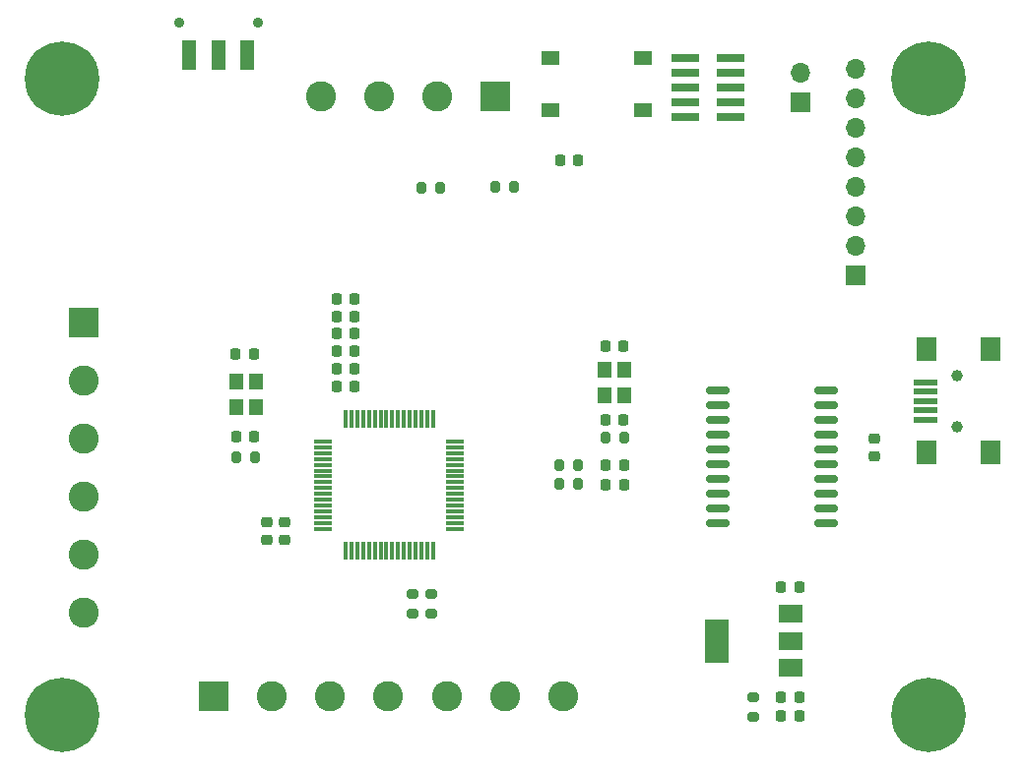
<source format=gbr>
%TF.GenerationSoftware,KiCad,Pcbnew,7.0.7*%
%TF.CreationDate,2023-11-02T23:53:28-05:00*%
%TF.ProjectId,STM32F030,53544d33-3246-4303-9330-2e6b69636164,rev?*%
%TF.SameCoordinates,Original*%
%TF.FileFunction,Soldermask,Top*%
%TF.FilePolarity,Negative*%
%FSLAX46Y46*%
G04 Gerber Fmt 4.6, Leading zero omitted, Abs format (unit mm)*
G04 Created by KiCad (PCBNEW 7.0.7) date 2023-11-02 23:53:28*
%MOMM*%
%LPD*%
G01*
G04 APERTURE LIST*
G04 Aperture macros list*
%AMRoundRect*
0 Rectangle with rounded corners*
0 $1 Rounding radius*
0 $2 $3 $4 $5 $6 $7 $8 $9 X,Y pos of 4 corners*
0 Add a 4 corners polygon primitive as box body*
4,1,4,$2,$3,$4,$5,$6,$7,$8,$9,$2,$3,0*
0 Add four circle primitives for the rounded corners*
1,1,$1+$1,$2,$3*
1,1,$1+$1,$4,$5*
1,1,$1+$1,$6,$7*
1,1,$1+$1,$8,$9*
0 Add four rect primitives between the rounded corners*
20,1,$1+$1,$2,$3,$4,$5,0*
20,1,$1+$1,$4,$5,$6,$7,0*
20,1,$1+$1,$6,$7,$8,$9,0*
20,1,$1+$1,$8,$9,$2,$3,0*%
G04 Aperture macros list end*
%ADD10RoundRect,0.225000X0.225000X0.250000X-0.225000X0.250000X-0.225000X-0.250000X0.225000X-0.250000X0*%
%ADD11RoundRect,0.200000X-0.200000X-0.275000X0.200000X-0.275000X0.200000X0.275000X-0.200000X0.275000X0*%
%ADD12C,0.800000*%
%ADD13C,6.400000*%
%ADD14R,1.700000X1.700000*%
%ADD15O,1.700000X1.700000*%
%ADD16R,1.550000X1.300000*%
%ADD17RoundRect,0.075000X-0.700000X-0.075000X0.700000X-0.075000X0.700000X0.075000X-0.700000X0.075000X0*%
%ADD18RoundRect,0.075000X-0.075000X-0.700000X0.075000X-0.700000X0.075000X0.700000X-0.075000X0.700000X0*%
%ADD19RoundRect,0.225000X-0.225000X-0.250000X0.225000X-0.250000X0.225000X0.250000X-0.225000X0.250000X0*%
%ADD20R,2.600000X2.600000*%
%ADD21C,2.600000*%
%ADD22RoundRect,0.218750X-0.218750X-0.256250X0.218750X-0.256250X0.218750X0.256250X-0.218750X0.256250X0*%
%ADD23RoundRect,0.225000X0.250000X-0.225000X0.250000X0.225000X-0.250000X0.225000X-0.250000X-0.225000X0*%
%ADD24C,1.000000*%
%ADD25R,2.000000X0.500000*%
%ADD26R,1.700000X2.000000*%
%ADD27RoundRect,0.200000X0.275000X-0.200000X0.275000X0.200000X-0.275000X0.200000X-0.275000X-0.200000X0*%
%ADD28RoundRect,0.200000X0.200000X0.275000X-0.200000X0.275000X-0.200000X-0.275000X0.200000X-0.275000X0*%
%ADD29R,2.000000X1.500000*%
%ADD30R,2.000000X3.800000*%
%ADD31C,0.900000*%
%ADD32R,1.250000X2.500000*%
%ADD33RoundRect,0.150000X-0.875000X-0.150000X0.875000X-0.150000X0.875000X0.150000X-0.875000X0.150000X0*%
%ADD34R,2.400000X0.740000*%
%ADD35R,1.200000X1.400000*%
%ADD36RoundRect,0.225000X-0.250000X0.225000X-0.250000X-0.225000X0.250000X-0.225000X0.250000X0.225000X0*%
G04 APERTURE END LIST*
D10*
%TO.C,C15*%
X165825000Y-109681250D03*
X164275000Y-109681250D03*
%TD*%
D11*
%TO.C,R3*%
X145162500Y-100806250D03*
X146812500Y-100806250D03*
%TD*%
D12*
%TO.C,H1*%
X99993750Y-65881250D03*
X100696694Y-64184194D03*
X100696694Y-67578306D03*
X102393750Y-63481250D03*
D13*
X102393750Y-65881250D03*
D12*
X102393750Y-68281250D03*
X104090806Y-64184194D03*
X104090806Y-67578306D03*
X104793750Y-65881250D03*
%TD*%
D14*
%TO.C,UART*%
X165893750Y-67950000D03*
D15*
X165893750Y-65410000D03*
%TD*%
D12*
%TO.C,H3*%
X174496694Y-120650000D03*
X175199638Y-118952944D03*
X175199638Y-122347056D03*
X176896694Y-118250000D03*
D13*
X176896694Y-120650000D03*
D12*
X176896694Y-123050000D03*
X178593750Y-118952944D03*
X178593750Y-122347056D03*
X179296694Y-120650000D03*
%TD*%
D16*
%TO.C,NRST*%
X144440000Y-64125000D03*
X152400000Y-64125000D03*
X144440000Y-68625000D03*
X152400000Y-68625000D03*
%TD*%
D14*
%TO.C,GPIO*%
X170656250Y-82867500D03*
D15*
X170656250Y-80327500D03*
X170656250Y-77787500D03*
X170656250Y-75247500D03*
X170656250Y-72707500D03*
X170656250Y-70167500D03*
X170656250Y-67627500D03*
X170656250Y-65087500D03*
%TD*%
D17*
%TO.C,U1*%
X124900000Y-97150000D03*
X124900000Y-97650000D03*
X124900000Y-98150000D03*
X124900000Y-98650000D03*
X124900000Y-99150000D03*
X124900000Y-99650000D03*
X124900000Y-100150000D03*
X124900000Y-100650000D03*
X124900000Y-101150000D03*
X124900000Y-101650000D03*
X124900000Y-102150000D03*
X124900000Y-102650000D03*
X124900000Y-103150000D03*
X124900000Y-103650000D03*
X124900000Y-104150000D03*
X124900000Y-104650000D03*
D18*
X126825000Y-106575000D03*
X127325000Y-106575000D03*
X127825000Y-106575000D03*
X128325000Y-106575000D03*
X128825000Y-106575000D03*
X129325000Y-106575000D03*
X129825000Y-106575000D03*
X130325000Y-106575000D03*
X130825000Y-106575000D03*
X131325000Y-106575000D03*
X131825000Y-106575000D03*
X132325000Y-106575000D03*
X132825000Y-106575000D03*
X133325000Y-106575000D03*
X133825000Y-106575000D03*
X134325000Y-106575000D03*
D17*
X136250000Y-104650000D03*
X136250000Y-104150000D03*
X136250000Y-103650000D03*
X136250000Y-103150000D03*
X136250000Y-102650000D03*
X136250000Y-102150000D03*
X136250000Y-101650000D03*
X136250000Y-101150000D03*
X136250000Y-100650000D03*
X136250000Y-100150000D03*
X136250000Y-99650000D03*
X136250000Y-99150000D03*
X136250000Y-98650000D03*
X136250000Y-98150000D03*
X136250000Y-97650000D03*
X136250000Y-97150000D03*
D18*
X134325000Y-95225000D03*
X133825000Y-95225000D03*
X133325000Y-95225000D03*
X132825000Y-95225000D03*
X132325000Y-95225000D03*
X131825000Y-95225000D03*
X131325000Y-95225000D03*
X130825000Y-95225000D03*
X130325000Y-95225000D03*
X129825000Y-95225000D03*
X129325000Y-95225000D03*
X128825000Y-95225000D03*
X128325000Y-95225000D03*
X127825000Y-95225000D03*
X127325000Y-95225000D03*
X126825000Y-95225000D03*
%TD*%
D10*
%TO.C,C14*%
X150712500Y-88900000D03*
X149162500Y-88900000D03*
%TD*%
D11*
%TO.C,R7*%
X145162500Y-99218750D03*
X146812500Y-99218750D03*
%TD*%
D19*
%TO.C,C2*%
X126050000Y-90875000D03*
X127600000Y-90875000D03*
%TD*%
D20*
%TO.C,Analog*%
X104270000Y-86875000D03*
D21*
X104270000Y-91875000D03*
X104270000Y-96875000D03*
X104270000Y-101875000D03*
X104270000Y-106875000D03*
X104270000Y-111875000D03*
%TD*%
D12*
%TO.C,H4*%
X99993750Y-120650000D03*
X100696694Y-118952944D03*
X100696694Y-122347056D03*
X102393750Y-118250000D03*
D13*
X102393750Y-120650000D03*
D12*
X102393750Y-123050000D03*
X104090806Y-118952944D03*
X104090806Y-122347056D03*
X104793750Y-120650000D03*
%TD*%
D22*
%TO.C,D1*%
X149162500Y-100850000D03*
X150737500Y-100850000D03*
%TD*%
D23*
%TO.C,C8*%
X120050000Y-105650000D03*
X120050000Y-104100000D03*
%TD*%
D12*
%TO.C,H2*%
X174496694Y-65881250D03*
X175199638Y-64184194D03*
X175199638Y-67578306D03*
X176896694Y-63481250D03*
D13*
X176896694Y-65881250D03*
D12*
X176896694Y-68281250D03*
X178593750Y-64184194D03*
X178593750Y-67578306D03*
X179296694Y-65881250D03*
%TD*%
D24*
%TO.C,J1*%
X179387500Y-95862500D03*
X179387500Y-91462500D03*
D25*
X176687500Y-95262500D03*
X176687500Y-94462500D03*
X176687500Y-93662500D03*
X176687500Y-92862500D03*
X176687500Y-92062500D03*
D26*
X176787500Y-98112500D03*
X182237500Y-98112500D03*
X176787500Y-89212500D03*
X182237500Y-89212500D03*
%TD*%
D27*
%TO.C,R2*%
X132540625Y-111950000D03*
X132540625Y-110300000D03*
%TD*%
D28*
%TO.C,R8*%
X150781250Y-96837500D03*
X149131250Y-96837500D03*
%TD*%
D19*
%TO.C,C1*%
X126050000Y-84875000D03*
X127600000Y-84875000D03*
%TD*%
D27*
%TO.C,R6*%
X134143750Y-111950000D03*
X134143750Y-110300000D03*
%TD*%
D29*
%TO.C,U3*%
X165075000Y-116600000D03*
X165075000Y-114300000D03*
X165075000Y-112000000D03*
D30*
X158775000Y-114300000D03*
%TD*%
D31*
%TO.C,SW2*%
X119287500Y-61118750D03*
X112487500Y-61118750D03*
D32*
X118387500Y-63868750D03*
X115887500Y-63868750D03*
X113387500Y-63868750D03*
%TD*%
D33*
%TO.C,U2*%
X158800000Y-92710000D03*
X158800000Y-93980000D03*
X158800000Y-95250000D03*
X158800000Y-96520000D03*
X158800000Y-97790000D03*
X158800000Y-99060000D03*
X158800000Y-100330000D03*
X158800000Y-101600000D03*
X158800000Y-102870000D03*
X158800000Y-104140000D03*
X168100000Y-104140000D03*
X168100000Y-102870000D03*
X168100000Y-101600000D03*
X168100000Y-100330000D03*
X168100000Y-99060000D03*
X168100000Y-97790000D03*
X168100000Y-96520000D03*
X168100000Y-95250000D03*
X168100000Y-93980000D03*
X168100000Y-92710000D03*
%TD*%
D34*
%TO.C,SWD*%
X159906250Y-69215000D03*
X156006250Y-69215000D03*
X159906250Y-67945000D03*
X156006250Y-67945000D03*
X159906250Y-66675000D03*
X156006250Y-66675000D03*
X159906250Y-65405000D03*
X156006250Y-65405000D03*
X159906250Y-64135000D03*
X156006250Y-64135000D03*
%TD*%
D35*
%TO.C,Y2*%
X150806250Y-93175000D03*
X150806250Y-90975000D03*
X149106250Y-90975000D03*
X149106250Y-93175000D03*
%TD*%
D20*
%TO.C,SPI*%
X115493750Y-119062500D03*
D21*
X120493750Y-119062500D03*
X125493750Y-119062500D03*
X130493750Y-119062500D03*
X135493750Y-119062500D03*
X140493750Y-119062500D03*
X145493750Y-119062500D03*
%TD*%
D22*
%TO.C,D2*%
X149168750Y-99218750D03*
X150743750Y-99218750D03*
%TD*%
D20*
%TO.C,I2C*%
X139700000Y-67468750D03*
D21*
X134700000Y-67468750D03*
X129700000Y-67468750D03*
X124700000Y-67468750D03*
%TD*%
D27*
%TO.C,R9*%
X161875000Y-120825000D03*
X161875000Y-119175000D03*
%TD*%
D22*
%TO.C,D3*%
X164262500Y-119206250D03*
X165837500Y-119206250D03*
%TD*%
D23*
%TO.C,C7*%
X121550000Y-105650000D03*
X121550000Y-104100000D03*
%TD*%
D11*
%TO.C,R5*%
X133318750Y-75275000D03*
X134968750Y-75275000D03*
%TD*%
D19*
%TO.C,C9*%
X145275000Y-72925000D03*
X146825000Y-72925000D03*
%TD*%
D10*
%TO.C,C10*%
X118918750Y-89581250D03*
X117368750Y-89581250D03*
%TD*%
D19*
%TO.C,C3*%
X126050000Y-92375000D03*
X127600000Y-92375000D03*
%TD*%
%TO.C,C6*%
X126050000Y-86375000D03*
X127600000Y-86375000D03*
%TD*%
%TO.C,C4*%
X126050000Y-89375000D03*
X127600000Y-89375000D03*
%TD*%
D28*
%TO.C,R4*%
X141318750Y-75225000D03*
X139668750Y-75225000D03*
%TD*%
D36*
%TO.C,C12*%
X172243750Y-96856250D03*
X172243750Y-98406250D03*
%TD*%
D10*
%TO.C,C13*%
X150731250Y-95250000D03*
X149181250Y-95250000D03*
%TD*%
%TO.C,C11*%
X118937500Y-96725000D03*
X117387500Y-96725000D03*
%TD*%
%TO.C,C16*%
X165825000Y-120793750D03*
X164275000Y-120793750D03*
%TD*%
D11*
%TO.C,R1*%
X117387500Y-98481250D03*
X119037500Y-98481250D03*
%TD*%
D35*
%TO.C,Y1*%
X117418750Y-91962500D03*
X117418750Y-94162500D03*
X119118750Y-94162500D03*
X119118750Y-91962500D03*
%TD*%
D19*
%TO.C,C5*%
X126050000Y-87875000D03*
X127600000Y-87875000D03*
%TD*%
M02*

</source>
